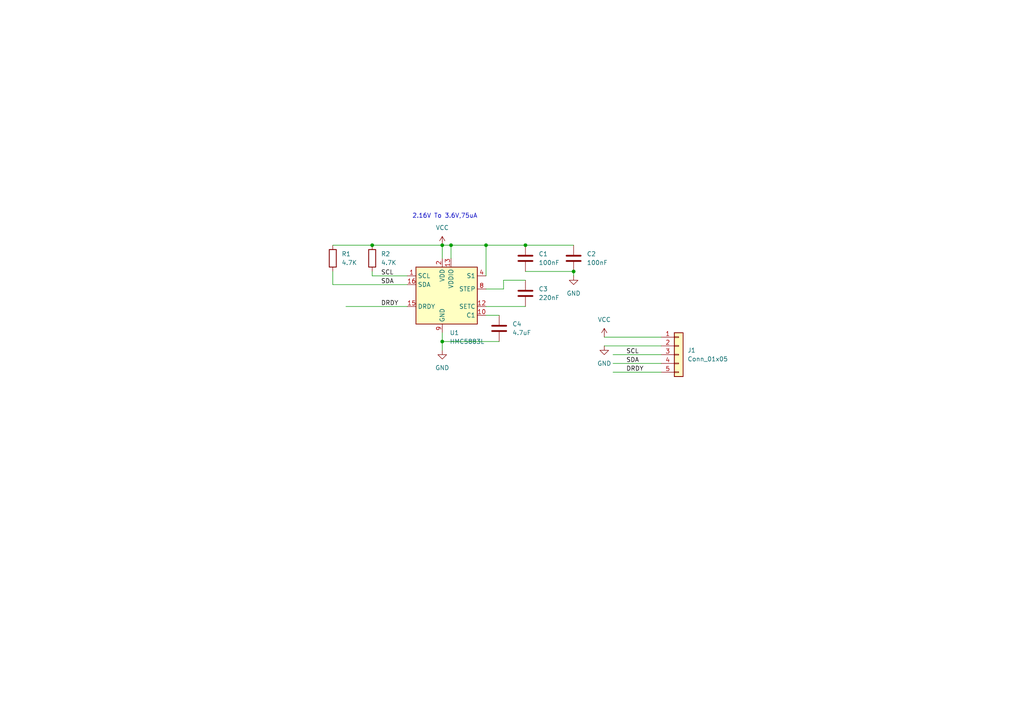
<source format=kicad_sch>
(kicad_sch (version 20250114) (generator "eeschema") (generator_version "9.0")
  (paper "A4")
  (lib_symbols
    (symbol "Connector_Generic:Conn_01x05" (pin_names (offset 1.016) (hide yes))
      (property "Reference" "J" (at 0 7.62 0))
      (property "Value" "Conn_01x05" (at 0 -7.62 0))
      (symbol "Conn_01x05_1_1"
        (rectangle (start -1.27 6.35) (end 1.27 -6.35) (stroke (width 0.254)) (fill (type background)))
        (rectangle (start -1.27 5.207) (end 0 4.953) (stroke (width 0.1524)))
        (rectangle (start -1.27 2.667) (end 0 2.413) (stroke (width 0.1524)))
        (rectangle (start -1.27 0.127) (end 0 -0.127) (stroke (width 0.1524)))
        (rectangle (start -1.27 -2.413) (end 0 -2.667) (stroke (width 0.1524)))
        (rectangle (start -1.27 -4.953) (end 0 -5.207) (stroke (width 0.1524)))
        (pin passive line (at -5.08 5.08 0) (length 3.81) (name "Pin_1") (number "1"))
        (pin passive line (at -5.08 2.54 0) (length 3.81) (name "Pin_2") (number "2"))
        (pin passive line (at -5.08 0 0) (length 3.81) (name "Pin_3") (number "3"))
        (pin passive line (at -5.08 -2.54 0) (length 3.81) (name "Pin_4") (number "4"))
        (pin passive line (at -5.08 -5.08 0) (length 3.81) (name "Pin_5") (number "5"))
      )
    )
    (symbol "Library:HMC5883L"
      (property "Reference" "U" (at -7.62 7.62 0))
      (property "Value" "HMC5883L" (at 5.08 7.62 0))
      (symbol "HMC5883L_0_1"
        (rectangle (start -7.62 5.08) (end 10.16 -11.43) (stroke (width 0.254)) (fill (type background)))
      )
      (symbol "HMC5883L_1_1"
        (pin input line (at -10.16 2.54 0) (length 2.54) (name "SCL") (number "1"))
        (pin bidirectional line (at -10.16 0 0) (length 2.54) (name "SDA") (number "16"))
        (pin output line (at -10.16 -6.35 0) (length 2.54) (name "DRDY") (number "15"))
        (pin power_in line (at 0 7.62 270) (length 2.54) (name "VDD") (number "2"))
        (pin passive line (at 0 -13.97 90) (length 2.54) (hide yes) (name "GND") (number "11"))
        (pin power_in line (at 0 -13.97 90) (length 2.54) (name "GND") (number "9"))
        (pin no_connect line (at 1.27 -2.54 180) (length 2.54) (hide yes) (name "NC") (number "14"))
        (pin no_connect line (at 1.27 -2.54 180) (length 2.54) (hide yes) (name "NC") (number "3"))
        (pin no_connect line (at 1.27 -2.54 180) (length 2.54) (hide yes) (name "NC") (number "5"))
        (pin no_connect line (at 1.27 -2.54 180) (length 2.54) (hide yes) (name "NC") (number "6"))
        (pin no_connect line (at 1.27 -2.54 180) (length 2.54) (hide yes) (name "NC") (number "7"))
        (pin power_in line (at 2.54 7.62 270) (length 2.54) (name "VDDIO") (number "13"))
        (pin passive line (at 12.7 2.54 180) (length 2.54) (name "S1") (number "4"))
        (pin passive line (at 12.7 -1.27 180) (length 2.54) (name "STEP") (number "8"))
        (pin passive line (at 12.7 -6.35 180) (length 2.54) (name "SETC") (number "12"))
        (pin passive line (at 12.7 -8.89 180) (length 2.54) (name "C1") (number "10"))
      )
    )
    (symbol "PCM_Capacitor_AKL:C_1206" (pin_numbers (hide yes)) (pin_names (offset 0.254))
      (property "Reference" "C" (at 0.635 2.54 0))
      (property "Value" "C_1206" (at 0.635 -2.54 0))
      (symbol "C_1206_0_1"
        (polyline (pts (xy -2.032 0.762) (xy 2.032 0.762)) (stroke (width 0.508)))
        (polyline (pts (xy -2.032 -0.762) (xy 2.032 -0.762)) (stroke (width 0.508)))
      )
      (symbol "C_1206_0_2"
        (polyline (pts (xy -2.54 -2.54) (xy -0.381 -0.381)))
        (polyline (pts (xy -0.508 -0.508) (xy -1.651 0.635)) (stroke (width 0.508)))
        (polyline (pts (xy -0.508 -0.508) (xy 0.635 -1.651)) (stroke (width 0.508)))
        (polyline (pts (xy 0.381 0.381) (xy 2.54 2.54)))
        (polyline (pts (xy 0.508 0.508) (xy -0.635 1.651)) (stroke (width 0.508)))
        (polyline (pts (xy 0.508 0.508) (xy 1.651 -0.635)) (stroke (width 0.508)))
      )
      (symbol "C_1206_1_1"
        (pin passive line (at 0 3.81 270) (length 2.794) (name "~") (number "1"))
        (pin passive line (at 0 -3.81 90) (length 2.794) (name "~") (number "2"))
      )
      (symbol "C_1206_1_2"
        (pin passive line (at -2.54 -2.54 90) (length 0) (name "~") (number "2"))
        (pin passive line (at 2.54 2.54 270) (length 0) (name "~") (number "1"))
      )
    )
    (symbol "PCM_Resistor_AKL:R_1206" (pin_numbers (hide yes)) (pin_names (offset 0))
      (property "Reference" "R" (at 2.54 1.27 0))
      (property "Value" "R_1206" (at 2.54 -1.27 0))
      (symbol "R_1206_0_1"
        (rectangle (start -1.016 2.54) (end 1.016 -2.54) (stroke (width 0.254)))
      )
      (symbol "R_1206_0_2"
        (polyline (pts (xy -2.54 -2.54) (xy -1.524 -1.524)))
        (polyline (pts (xy 1.524 1.524) (xy 2.54 2.54)))
        (polyline (pts (xy 1.524 1.524) (xy 0.889 2.159) (xy -2.159 -0.889) (xy -0.889 -2.159) (xy 2.159 0.889) (xy 1.524 1.524)) (stroke (width 0.254)))
      )
      (symbol "R_1206_1_1"
        (pin passive line (at 0 3.81 270) (length 1.27) (name "~") (number "1"))
        (pin passive line (at 0 -3.81 90) (length 1.27) (name "~") (number "2"))
      )
      (symbol "R_1206_1_2"
        (pin passive line (at -2.54 -2.54 0) (length 0) (name "") (number "2"))
        (pin passive line (at 2.54 2.54 180) (length 0) (name "") (number "1"))
      )
    )
    (symbol "power:GND" (power) (pin_numbers (hide yes)) (pin_names (offset 0) (hide yes))
      (property "Value" "GND" (at 0 -3.81 0))
      (symbol "GND_0_1"
        (polyline (pts (xy 0 0) (xy 0 -1.27) (xy 1.27 -1.27) (xy 0 -2.54) (xy -1.27 -1.27) (xy 0 -1.27)))
      )
      (symbol "GND_1_1"
        (pin power_in line (at 0 0 270) (length 0) (name "~") (number "1"))
      )
    )
    (symbol "power:VCC" (power) (pin_numbers (hide yes)) (pin_names (offset 0) (hide yes))
      (property "Value" "VCC" (at 0 3.556 0))
      (symbol "VCC_0_1"
        (polyline (pts (xy -0.762 1.27) (xy 0 2.54)))
        (polyline (pts (xy 0 2.54) (xy 0.762 1.27)))
        (polyline (pts (xy 0 0) (xy 0 2.54)))
      )
      (symbol "VCC_1_1"
        (pin power_in line (at 0 0 90) (length 0) (name "~") (number "1"))
      )
    )
  )
  (text "2.16V To 3.6V,75uA" (at 129.032 62.738 0) (effects (font (size 1.27 1.27))))
  (junction (at 128.27 71.12))
  (junction (at 140.97 71.12))
  (junction (at 128.27 99.06))
  (junction (at 130.81 71.12))
  (junction (at 107.95 71.12))
  (junction (at 152.4 71.12))
  (junction (at 166.37 78.74))
  (wire (pts (xy 96.52 71.12) (xy 107.95 71.12)))
  (wire (pts (xy 146.05 83.82) (xy 146.05 81.28)))
  (wire (pts (xy 128.27 74.93) (xy 128.27 71.12)))
  (wire (pts (xy 128.27 71.12) (xy 130.81 71.12)))
  (wire (pts (xy 130.81 71.12) (xy 130.81 74.93)))
  (wire (pts (xy 140.97 83.82) (xy 146.05 83.82)))
  (wire (pts (xy 128.27 99.06) (xy 128.27 96.52)))
  (wire (pts (xy 177.8 102.87) (xy 191.77 102.87)))
  (wire (pts (xy 140.97 71.12) (xy 140.97 80.01)))
  (wire (pts (xy 107.95 80.01) (xy 107.95 78.74)))
  (wire (pts (xy 140.97 88.9) (xy 152.4 88.9)))
  (wire (pts (xy 152.4 71.12) (xy 166.37 71.12)))
  (wire (pts (xy 128.27 99.06) (xy 144.78 99.06)))
  (wire (pts (xy 100.33 88.9) (xy 118.11 88.9)))
  (wire (pts (xy 175.26 100.33) (xy 191.77 100.33)))
  (wire (pts (xy 107.95 71.12) (xy 128.27 71.12)))
  (wire (pts (xy 140.97 91.44) (xy 144.78 91.44)))
  (wire (pts (xy 118.11 80.01) (xy 107.95 80.01)))
  (wire (pts (xy 128.27 101.6) (xy 128.27 99.06)))
  (wire (pts (xy 96.52 82.55) (xy 96.52 78.74)))
  (wire (pts (xy 177.8 107.95) (xy 191.77 107.95)))
  (wire (pts (xy 146.05 81.28) (xy 152.4 81.28)))
  (wire (pts (xy 177.8 105.41) (xy 191.77 105.41)))
  (wire (pts (xy 130.81 71.12) (xy 140.97 71.12)))
  (wire (pts (xy 166.37 78.74) (xy 166.37 80.01)))
  (wire (pts (xy 118.11 82.55) (xy 96.52 82.55)))
  (wire (pts (xy 140.97 71.12) (xy 152.4 71.12)))
  (wire (pts (xy 152.4 78.74) (xy 166.37 78.74)))
  (wire (pts (xy 175.26 97.79) (xy 191.77 97.79)))
  (label "SDA" (at 181.61 105.41 0))
  (label "SCL" (at 110.49 80.01 0))
  (label "DRDY" (at 110.49 88.9 0))
  (label "SCL" (at 181.61 102.87 0))
  (label "DRDY" (at 181.61 107.95 0))
  (label "SDA" (at 110.49 82.55 0))
  (symbol (lib_id "Library:HMC5883L") (at 128.27 82.55 0) (unit 1)
    (property "Reference" "U1" (at 130.4133 96.52 0) (effects (justify left)))
    (property "Value" "HMC5883L" (at 130.4133 99.06 0) (effects (justify left)))
    (property "Footprint" "Library:LGA-16_3x3mm_P0.5mm" (effects (hide yes)))
    (property "Datasheet" "https://www.jlc-smt.com/lcsc/detail?componentCode=C976032" (effects (hide yes)))
    (property "Description" "3-axis Magnetic Sensor, I2C Interface, LGA-16(3x3)" (effects (hide yes)))
  )
  (symbol (lib_id "PCM_Resistor_AKL:R_1206") (at 96.52 74.93 0) (unit 1)
    (property "Reference" "R1" (at 99.06 73.6599 0) (effects (justify left)))
    (property "Value" "4.7K" (at 99.06 76.1999 0) (effects (justify left)))
    (property "Footprint" "PCM_Resistor_SMD_AKL:R_1206_3216Metric" (effects (hide yes)))
    (property "Description" "SMD 1206 Chip Resistor, European Symbol, Alternate KiCad Library" (effects (hide yes)))
  )
  (symbol (lib_id "power:GND") (at 175.26 100.33 0) (unit 1)
    (property "Reference" "#PWR04" (effects (hide yes)))
    (property "Value" "GND" (at 175.26 105.41 0))
    (property "Description" "Power symbol creates a global label with name \"GND\" , ground" (effects (hide yes)))
  )
  (symbol (lib_id "PCM_Capacitor_AKL:C_1206") (at 152.4 74.93 0) (unit 1)
    (property "Reference" "C1" (at 156.21 73.6599 0) (effects (justify left)))
    (property "Value" "100nF" (at 156.21 76.1999 0) (effects (justify left)))
    (property "Footprint" "PCM_Capacitor_SMD_AKL:C_1206_3216Metric" (effects (hide yes)))
    (property "Description" "SMD 1206 MLCC capacitor, Alternate KiCad Library" (effects (hide yes)))
  )
  (symbol (lib_id "power:VCC") (at 175.26 97.79 0) (unit 1)
    (property "Reference" "#PWR03" (effects (hide yes)))
    (property "Value" "VCC" (at 175.26 92.71 0))
    (property "Description" "Power symbol creates a global label with name \"VCC\"" (effects (hide yes)))
  )
  (symbol (lib_id "PCM_Resistor_AKL:R_1206") (at 107.95 74.93 0) (unit 1)
    (property "Reference" "R2" (at 110.49 73.6599 0) (effects (justify left)))
    (property "Value" "4.7K" (at 110.49 76.1999 0) (effects (justify left)))
    (property "Footprint" "PCM_Resistor_SMD_AKL:R_1206_3216Metric" (effects (hide yes)))
    (property "Description" "SMD 1206 Chip Resistor, European Symbol, Alternate KiCad Library" (effects (hide yes)))
  )
  (symbol (lib_id "PCM_Capacitor_AKL:C_1206") (at 144.78 95.25 0) (unit 1)
    (property "Reference" "C4" (at 148.59 93.9799 0) (effects (justify left)))
    (property "Value" "4.7uF" (at 148.59 96.5199 0) (effects (justify left)))
    (property "Footprint" "PCM_Capacitor_SMD_AKL:C_1206_3216Metric" (effects (hide yes)))
    (property "Description" "SMD 1206 MLCC capacitor, Alternate KiCad Library" (effects (hide yes)))
  )
  (symbol (lib_id "PCM_Capacitor_AKL:C_1206") (at 152.4 85.09 0) (unit 1)
    (property "Reference" "C3" (at 156.21 83.8199 0) (effects (justify left)))
    (property "Value" "220nF" (at 156.21 86.3599 0) (effects (justify left)))
    (property "Footprint" "PCM_Capacitor_SMD_AKL:C_1206_3216Metric" (effects (hide yes)))
    (property "Description" "SMD 1206 MLCC capacitor, Alternate KiCad Library" (effects (hide yes)))
  )
  (symbol (lib_id "Connector_Generic:Conn_01x05") (at 196.85 102.87 0) (unit 1)
    (property "Reference" "J1" (at 199.39 101.5999 0) (effects (justify left)))
    (property "Value" "Conn_01x05" (at 199.39 104.1399 0) (effects (justify left)))
    (property "Footprint" "Connector_PinHeader_2.54mm:PinHeader_1x05_P2.54mm_Vertical" (effects (hide yes)))
    (property "Description" "Generic connector, single row, 01x05, script generated (kicad-library-utils/schlib/autogen/connector/)" (effects (hide yes)))
  )
  (symbol (lib_id "PCM_Capacitor_AKL:C_1206") (at 166.37 74.93 0) (unit 1)
    (property "Reference" "C2" (at 170.18 73.6599 0) (effects (justify left)))
    (property "Value" "100nF" (at 170.18 76.1999 0) (effects (justify left)))
    (property "Footprint" "PCM_Capacitor_SMD_AKL:C_1206_3216Metric" (effects (hide yes)))
    (property "Description" "SMD 1206 MLCC capacitor, Alternate KiCad Library" (effects (hide yes)))
  )
  (symbol (lib_id "power:GND") (at 166.37 80.01 0) (unit 1)
    (property "Reference" "#PWR02" (effects (hide yes)))
    (property "Value" "GND" (at 166.37 85.09 0))
    (property "Description" "Power symbol creates a global label with name \"GND\" , ground" (effects (hide yes)))
  )
  (symbol (lib_id "power:VCC") (at 128.27 71.12 0) (unit 1)
    (property "Reference" "#PWR01" (effects (hide yes)))
    (property "Value" "VCC" (at 128.27 66.04 0))
    (property "Description" "Power symbol creates a global label with name \"VCC\"" (effects (hide yes)))
  )
  (symbol (lib_id "power:GND") (at 128.27 101.6 0) (unit 1)
    (property "Reference" "#PWR05" (effects (hide yes)))
    (property "Value" "GND" (at 128.27 106.68 0))
    (property "Description" "Power symbol creates a global label with name \"GND\" , ground" (effects (hide yes)))
  )
)
</source>
